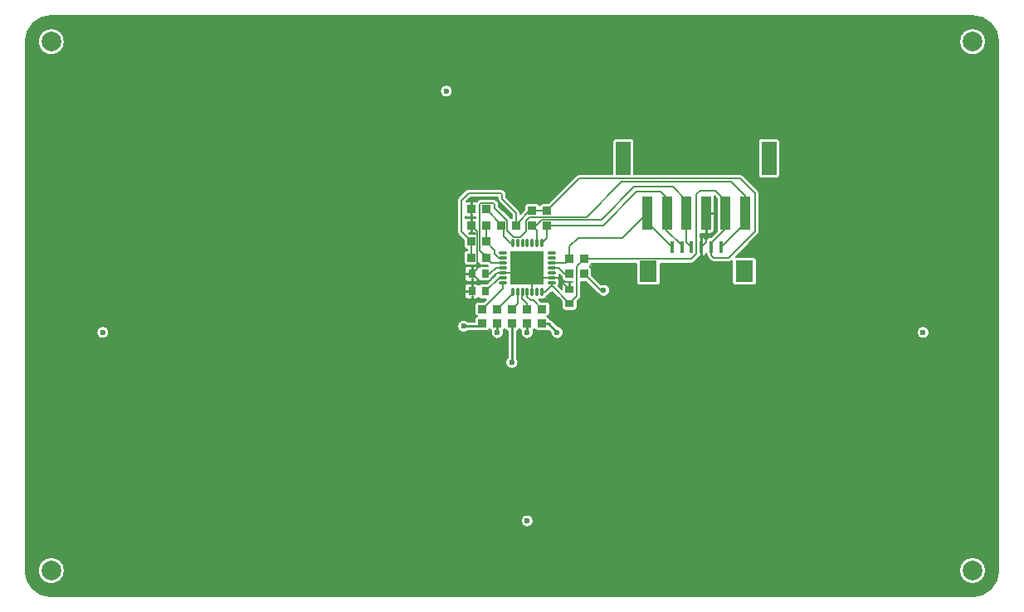
<source format=gbl>
G04 Layer: BottomLayer*
G04 EasyEDA Pro v2.2.36.5, 2025-02-22 11:45:42*
G04 Gerber Generator version 0.3*
G04 Scale: 100 percent, Rotated: No, Reflected: No*
G04 Dimensions in millimeters*
G04 Leading zeros omitted, absolute positions, 4 integers and 5 decimals*
%FSLAX45Y45*%
%MOMM*%
%ADD10C,0.2032*%
%ADD11C,0.254*%
%ADD12R,0.3X1.25001*%
%ADD13R,1.8X2.2*%
%ADD14R,1.5X3.39999*%
%ADD15R,1.0X3.49999*%
%ADD16R,0.80648X0.86401*%
%ADD17R,0.86401X0.80648*%
%ADD18R,0.8142X0.86401*%
%ADD19R,0.80648X0.86401*%
%ADD20R,3.49999X3.49999*%
%ADD21O,0.9X0.28001*%
%ADD22O,0.28001X0.9*%
%ADD23R,0.9X0.8*%
%ADD24R,0.8X0.9*%
%ADD25C,2.0*%
%ADD26C,0.6*%
%ADD27C,0.15*%
G75*


G04 Copper Start*
G36*
G01X4830395Y3321339D02*
G01X4833142Y3315857D01*
G01X4830375Y3310328D01*
G01X4806716Y3286669D01*
G01X4806716Y3297661D01*
G01X4830395Y3321339D01*
G37*
G36*
G01X35814Y5700000D02*
G01X35814Y5700000D01*
G01X164186Y5700000D01*
G01X166038Y5677646D01*
G01X171545Y5655901D01*
G01X180555Y5635360D01*
G01X192824Y5616581D01*
G01X208016Y5600078D01*
G01X225717Y5586301D01*
G01X245444Y5575625D01*
G01X266660Y5568342D01*
G01X288784Y5564650D01*
G01X311215Y5564650D01*
G01X333340Y5568342D01*
G01X354556Y5575625D01*
G01X374283Y5586301D01*
G01X391984Y5600078D01*
G01X407176Y5616581D01*
G01X419445Y5635360D01*
G01X428455Y5655901D01*
G01X433962Y5677646D01*
G01X435814Y5700000D01*
G01X435814Y5700000D01*
G01X9564186Y5700000D01*
G01X9566038Y5677646D01*
G01X9571545Y5655901D01*
G01X9580555Y5635360D01*
G01X9592824Y5616581D01*
G01X9608016Y5600078D01*
G01X9625717Y5586301D01*
G01X9645444Y5575625D01*
G01X9666660Y5568342D01*
G01X9688784Y5564650D01*
G01X9711215Y5564650D01*
G01X9733340Y5568342D01*
G01X9754556Y5575625D01*
G01X9774283Y5586301D01*
G01X9791984Y5600078D01*
G01X9807176Y5616581D01*
G01X9819445Y5635360D01*
G01X9828455Y5655901D01*
G01X9833962Y5677646D01*
G01X9835814Y5700000D01*
G01X9835814Y5700000D01*
G01X9833962Y5722354D01*
G01X9828455Y5744099D01*
G01X9819445Y5764640D01*
G01X9807176Y5783419D01*
G01X9791984Y5799922D01*
G01X9774283Y5813699D01*
G01X9754556Y5824375D01*
G01X9733340Y5831658D01*
G01X9711215Y5835350D01*
G01X9688784Y5835350D01*
G01X9666660Y5831658D01*
G01X9645444Y5824375D01*
G01X9625717Y5813699D01*
G01X9608016Y5799922D01*
G01X9592824Y5783419D01*
G01X9580555Y5764640D01*
G01X9571545Y5744099D01*
G01X9566038Y5722354D01*
G01X9564186Y5700000D01*
G01X435814Y5700000D01*
G01X433962Y5722354D01*
G01X428455Y5744099D01*
G01X419445Y5764640D01*
G01X407176Y5783419D01*
G01X391984Y5799922D01*
G01X374283Y5813699D01*
G01X354556Y5824375D01*
G01X333340Y5831658D01*
G01X311215Y5835350D01*
G01X288784Y5835350D01*
G01X266660Y5831658D01*
G01X245444Y5824375D01*
G01X225717Y5813699D01*
G01X208016Y5799922D01*
G01X192824Y5783419D01*
G01X180555Y5764640D01*
G01X171545Y5744099D01*
G01X166038Y5722354D01*
G01X164186Y5700000D01*
G01X35814Y5700000D01*
G01X37740Y5731844D01*
G01X43491Y5763224D01*
G01X52982Y5793682D01*
G01X66075Y5822773D01*
G01X82579Y5850075D01*
G01X102254Y5875188D01*
G01X124812Y5897746D01*
G01X149925Y5917421D01*
G01X177227Y5933925D01*
G01X206318Y5947018D01*
G01X236776Y5956509D01*
G01X268156Y5962260D01*
G01X300000Y5964186D01*
G01X9700000Y5964186D01*
G01X9731844Y5962260D01*
G01X9763224Y5956509D01*
G01X9793682Y5947018D01*
G01X9822773Y5933925D01*
G01X9850075Y5917421D01*
G01X9875188Y5897746D01*
G01X9897746Y5875188D01*
G01X9917421Y5850075D01*
G01X9933925Y5822773D01*
G01X9947018Y5793682D01*
G01X9956509Y5763224D01*
G01X9962260Y5731844D01*
G01X9964186Y5700000D01*
G01X9964186Y300000D01*
G01X9962260Y268156D01*
G01X9956509Y236776D01*
G01X9947018Y206318D01*
G01X9933925Y177227D01*
G01X9917421Y149925D01*
G01X9897746Y124812D01*
G01X9875188Y102254D01*
G01X9850075Y82579D01*
G01X9822773Y66075D01*
G01X9793682Y52982D01*
G01X9763224Y43491D01*
G01X9731844Y37740D01*
G01X9700000Y35814D01*
G01X300000Y35814D01*
G01X268156Y37740D01*
G01X236776Y43491D01*
G01X206318Y52982D01*
G01X177227Y66075D01*
G01X149925Y82579D01*
G01X124812Y102254D01*
G01X102254Y124812D01*
G01X82579Y149925D01*
G01X66075Y177227D01*
G01X52982Y206318D01*
G01X43491Y236776D01*
G01X37740Y268156D01*
G01X35814Y300000D01*
G01X164186Y300000D01*
G01X166038Y277646D01*
G01X171545Y255901D01*
G01X180555Y235360D01*
G01X192824Y216581D01*
G01X208016Y200078D01*
G01X225717Y186301D01*
G01X245444Y175625D01*
G01X266660Y168342D01*
G01X288784Y164650D01*
G01X311215Y164650D01*
G01X333340Y168342D01*
G01X354556Y175625D01*
G01X374283Y186301D01*
G01X391984Y200078D01*
G01X407176Y216581D01*
G01X419445Y235360D01*
G01X428455Y255901D01*
G01X433962Y277646D01*
G01X435814Y300000D01*
G01X435814Y300000D01*
G01X435814Y300000D01*
G01X9564186Y300000D01*
G01X9566038Y277646D01*
G01X9571545Y255901D01*
G01X9580555Y235360D01*
G01X9592824Y216581D01*
G01X9608016Y200078D01*
G01X9625717Y186301D01*
G01X9645444Y175625D01*
G01X9666660Y168342D01*
G01X9688784Y164650D01*
G01X9711215Y164650D01*
G01X9733340Y168342D01*
G01X9754556Y175625D01*
G01X9774283Y186301D01*
G01X9791984Y200078D01*
G01X9807176Y216581D01*
G01X9819445Y235360D01*
G01X9828455Y255901D01*
G01X9833962Y277646D01*
G01X9835814Y300000D01*
G01X9835814Y300000D01*
G01X9833962Y322354D01*
G01X9828455Y344099D01*
G01X9819445Y364640D01*
G01X9807176Y383419D01*
G01X9791984Y399922D01*
G01X9774283Y413699D01*
G01X9754556Y424375D01*
G01X9733340Y431658D01*
G01X9711215Y435350D01*
G01X9688784Y435350D01*
G01X9666660Y431658D01*
G01X9645444Y424375D01*
G01X9625717Y413699D01*
G01X9608016Y399922D01*
G01X9592824Y383419D01*
G01X9580555Y364640D01*
G01X9571545Y344099D01*
G01X9566038Y322354D01*
G01X9564186Y300000D01*
G01X435814Y300000D01*
G01X433962Y322354D01*
G01X428455Y344099D01*
G01X419445Y364640D01*
G01X407176Y383419D01*
G01X391984Y399922D01*
G01X374283Y413699D01*
G01X354556Y424375D01*
G01X333340Y431658D01*
G01X311215Y435350D01*
G01X288784Y435350D01*
G01X266660Y431658D01*
G01X245444Y424375D01*
G01X225717Y413699D01*
G01X208016Y399922D01*
G01X192824Y383419D01*
G01X180555Y364640D01*
G01X171545Y344099D01*
G01X166038Y322354D01*
G01X164186Y300000D01*
G01X35814Y300000D01*
G01X35814Y300000D01*
G01X35814Y807719D01*
G01X5090386Y807719D01*
G01X5092298Y791969D01*
G01X5097925Y777134D01*
G01X5106938Y764076D01*
G01X5118813Y753555D01*
G01X5132862Y746182D01*
G01X5148267Y742385D01*
G01X5164133Y742385D01*
G01X5179538Y746182D01*
G01X5193587Y753555D01*
G01X5205462Y764076D01*
G01X5214475Y777134D01*
G01X5220102Y791969D01*
G01X5222014Y807719D01*
G01X5220102Y823469D01*
G01X5214475Y838304D01*
G01X5205462Y851362D01*
G01X5193587Y861883D01*
G01X5179538Y869256D01*
G01X5164133Y873053D01*
G01X5148267Y873053D01*
G01X5132862Y869256D01*
G01X5118813Y861883D01*
G01X5106938Y851362D01*
G01X5097925Y838304D01*
G01X5092298Y823469D01*
G01X5090386Y807719D01*
G01X5090386Y807719D01*
G01X35814Y807719D01*
G01X35814Y2730500D01*
G01X759686Y2730500D01*
G01X761598Y2714750D01*
G01X767225Y2699915D01*
G01X776238Y2686857D01*
G01X788113Y2676336D01*
G01X802162Y2668963D01*
G01X817567Y2665166D01*
G01X833433Y2665166D01*
G01X848838Y2668963D01*
G01X862887Y2676336D01*
G01X874762Y2686857D01*
G01X883775Y2699915D01*
G01X889402Y2714750D01*
G01X891314Y2730500D01*
G01X889402Y2746250D01*
G01X883775Y2761085D01*
G01X874762Y2774143D01*
G01X862887Y2784664D01*
G01X848838Y2792037D01*
G01X833433Y2795834D01*
G01X817567Y2795834D01*
G01X802162Y2792037D01*
G01X788113Y2784664D01*
G01X776238Y2774143D01*
G01X767225Y2761085D01*
G01X761598Y2746250D01*
G01X759686Y2730500D01*
G01X759686Y2730500D01*
G01X35814Y2730500D01*
G01X35814Y4076700D01*
G01X4439786Y4076700D01*
G01X4439786Y3760064D01*
G01X4441262Y3748853D01*
G01X4445589Y3738407D01*
G01X4452472Y3729436D01*
G01X4509426Y3672483D01*
G01X4509426Y3614400D01*
G01X4510998Y3603904D01*
G01X4515578Y3594329D01*
G01X4522763Y3586517D01*
G01X4531921Y3581154D01*
G01X4542250Y3578711D01*
G01X4542250Y3571389D01*
G01X4531921Y3568946D01*
G01X4522763Y3563583D01*
G01X4515578Y3555771D01*
G01X4510998Y3546196D01*
G01X4509426Y3535700D01*
G01X4509426Y3449300D01*
G01X4511179Y3438233D01*
G01X4516266Y3428249D01*
G01X4524189Y3420326D01*
G01X4534173Y3415239D01*
G01X4545240Y3413486D01*
G01X4625887Y3413486D01*
G01X4635501Y3414800D01*
G01X4644409Y3418647D01*
G01X4651958Y3424744D01*
G01X4657593Y3432644D01*
G01X4660900Y3441766D01*
G01X4664207Y3432644D01*
G01X4669842Y3424744D01*
G01X4677391Y3418647D01*
G01X4686299Y3414800D01*
G01X4695913Y3413486D01*
G01X4753995Y3413486D01*
G01X4757157Y3410324D01*
G01X4759424Y3408214D01*
G01X4690902Y3408214D01*
G01X4679262Y3406269D01*
G01X4668886Y3400647D01*
G01X4660900Y3391957D01*
G01X4652914Y3400647D01*
G01X4642538Y3406269D01*
G01X4630898Y3408214D01*
G01X4550898Y3408214D01*
G01X4539831Y3406461D01*
G01X4529847Y3401374D01*
G01X4521924Y3393451D01*
G01X4516837Y3383467D01*
G01X4515084Y3372400D01*
G01X4515084Y3282400D01*
G01X4516837Y3271333D01*
G01X4521924Y3261349D01*
G01X4529847Y3253426D01*
G01X4539831Y3248339D01*
G01X4550898Y3246586D01*
G01X4630898Y3246586D01*
G01X4642538Y3248531D01*
G01X4652914Y3254153D01*
G01X4660900Y3262843D01*
G01X4668886Y3254153D01*
G01X4679262Y3248531D01*
G01X4690902Y3246586D01*
G01X4766633Y3246586D01*
G01X4750461Y3230414D01*
G01X4690902Y3230414D01*
G01X4679262Y3228469D01*
G01X4668886Y3222847D01*
G01X4660900Y3214157D01*
G01X4652914Y3222847D01*
G01X4642538Y3228469D01*
G01X4630898Y3230414D01*
G01X4550898Y3230414D01*
G01X4539831Y3228661D01*
G01X4529847Y3223574D01*
G01X4521924Y3215651D01*
G01X4516837Y3205667D01*
G01X4515084Y3194600D01*
G01X4515084Y3104600D01*
G01X4516837Y3093533D01*
G01X4521924Y3083549D01*
G01X4529847Y3075626D01*
G01X4539831Y3070539D01*
G01X4550898Y3068786D01*
G01X4630898Y3068786D01*
G01X4642538Y3070731D01*
G01X4652914Y3076353D01*
G01X4660900Y3085043D01*
G01X4668886Y3076353D01*
G01X4679262Y3070731D01*
G01X4690902Y3068786D01*
G01X4735594Y3068786D01*
G01X4713883Y3047074D01*
G01X4655800Y3047074D01*
G01X4655800Y3047074D01*
G01X4644733Y3045321D01*
G01X4634749Y3040234D01*
G01X4626826Y3032311D01*
G01X4621739Y3022327D01*
G01X4619986Y3011260D01*
G01X4619986Y2930613D01*
G01X4621300Y2920999D01*
G01X4625147Y2912091D01*
G01X4631244Y2904542D01*
G01X4639144Y2898907D01*
G01X4648266Y2895600D01*
G01X4639144Y2892293D01*
G01X4631244Y2886658D01*
G01X4625147Y2879109D01*
G01X4621300Y2870201D01*
G01X4619986Y2860587D01*
G01X4619986Y2842514D01*
G01X4552973Y2842514D01*
G01X4540669Y2851416D01*
G01X4526651Y2857261D01*
G01X4511667Y2859738D01*
G01X4496514Y2858713D01*
G01X4482000Y2854243D01*
G01X4468896Y2846565D01*
G01X4457902Y2836087D01*
G01X4449602Y2823368D01*
G01X4444438Y2809086D01*
G01X4442686Y2794000D01*
G01X4444438Y2778914D01*
G01X4449602Y2764632D01*
G01X4457902Y2751913D01*
G01X4468896Y2741435D01*
G01X4482000Y2733757D01*
G01X4496514Y2729287D01*
G01X4511667Y2728262D01*
G01X4526651Y2730739D01*
G01X4540669Y2736584D01*
G01X4552973Y2745486D01*
G01X4646023Y2745486D01*
G01X4655800Y2744126D01*
G01X4742200Y2744126D01*
G01X4752542Y2745651D01*
G01X4762002Y2750098D01*
G01X4769776Y2757087D01*
G01X4775200Y2766024D01*
G01X4780679Y2757021D01*
G01X4788542Y2750003D01*
G01X4785733Y2734899D01*
G01X4786502Y2719556D01*
G01X4790807Y2704809D01*
G01X4798414Y2691462D01*
G01X4808908Y2680242D01*
G01X4821716Y2671760D01*
G01X4836143Y2666479D01*
G01X4851400Y2664686D01*
G01X4866657Y2666479D01*
G01X4881084Y2671760D01*
G01X4893892Y2680242D01*
G01X4904386Y2691462D01*
G01X4911993Y2704809D01*
G01X4916298Y2719556D01*
G01X4917067Y2734899D01*
G01X4914258Y2750003D01*
G01X4922121Y2757021D01*
G01X4927600Y2766024D01*
G01X4932193Y2758130D01*
G01X4938633Y2751654D01*
G01X4946501Y2747018D01*
G01X4955286Y2744522D01*
G01X4955286Y2473101D01*
G01X4945422Y2461588D01*
G01X4938454Y2448123D01*
G01X4934752Y2433421D01*
G01X4934512Y2418262D01*
G01X4937748Y2403451D01*
G01X4944287Y2389773D01*
G01X4953782Y2377954D01*
G01X4965730Y2368621D01*
G01X4979497Y2362270D01*
G01X4994351Y2359238D01*
G01X5009506Y2359685D01*
G01X5024155Y2363588D01*
G01X5037523Y2370740D01*
G01X5048900Y2380761D01*
G01X5057682Y2393119D01*
G01X5063403Y2407159D01*
G01X5065760Y2422136D01*
G01X5064626Y2437254D01*
G01X5060064Y2451712D01*
G01X5052314Y2464743D01*
G01X5052314Y2744522D01*
G01X5061099Y2747018D01*
G01X5068967Y2751654D01*
G01X5075407Y2758130D01*
G01X5080000Y2766024D01*
G01X5085479Y2757021D01*
G01X5093342Y2750003D01*
G01X5090533Y2734899D01*
G01X5091302Y2719556D01*
G01X5095607Y2704809D01*
G01X5103214Y2691462D01*
G01X5113708Y2680242D01*
G01X5126516Y2671760D01*
G01X5140943Y2666479D01*
G01X5156200Y2664686D01*
G01X5171457Y2666479D01*
G01X5185884Y2671760D01*
G01X5198692Y2680242D01*
G01X5209186Y2691462D01*
G01X5216793Y2704809D01*
G01X5221098Y2719556D01*
G01X5221867Y2734899D01*
G01X5219058Y2750003D01*
G01X5226921Y2757021D01*
G01X5232400Y2766024D01*
G01X5237824Y2757087D01*
G01X5245598Y2750098D01*
G01X5255058Y2745651D01*
G01X5265400Y2744126D01*
G01X5351800Y2744126D01*
G01X5362551Y2745778D01*
G01X5372310Y2750580D01*
G01X5395248Y2727643D01*
G01X5397654Y2712647D01*
G01X5403433Y2698602D01*
G01X5412277Y2686256D01*
G01X5423716Y2676266D01*
G01X5437140Y2669163D01*
G01X5451835Y2665327D01*
G01X5467018Y2664962D01*
G01X5481881Y2668086D01*
G01X5495631Y2674534D01*
G01X5507537Y2683963D01*
G01X5516966Y2695869D01*
G01X5523414Y2709619D01*
G01X5526538Y2724482D01*
G01X5526393Y2730500D01*
G01X9128986Y2730500D01*
G01X9130898Y2714750D01*
G01X9136525Y2699915D01*
G01X9145538Y2686857D01*
G01X9157413Y2676336D01*
G01X9171462Y2668963D01*
G01X9186867Y2665166D01*
G01X9202733Y2665166D01*
G01X9218138Y2668963D01*
G01X9232187Y2676336D01*
G01X9244062Y2686857D01*
G01X9253075Y2699915D01*
G01X9258702Y2714750D01*
G01X9260614Y2730500D01*
G01X9258702Y2746250D01*
G01X9253075Y2761085D01*
G01X9244062Y2774143D01*
G01X9232187Y2784664D01*
G01X9218138Y2792037D01*
G01X9202733Y2795834D01*
G01X9186867Y2795834D01*
G01X9171462Y2792037D01*
G01X9157413Y2784664D01*
G01X9145538Y2774143D01*
G01X9136525Y2761085D01*
G01X9130898Y2746250D01*
G01X9128986Y2730500D01*
G01X9128986Y2730500D01*
G01X5526393Y2730500D01*
G01X5526173Y2739665D01*
G01X5522337Y2754360D01*
G01X5515234Y2767784D01*
G01X5505244Y2779223D01*
G01X5492898Y2788067D01*
G01X5478853Y2793846D01*
G01X5463857Y2796252D01*
G01X5405541Y2854568D01*
G01X5397017Y2861361D01*
G01X5387191Y2866079D01*
G01X5383968Y2876332D01*
G01X5377848Y2885167D01*
G01X5369383Y2891788D01*
G01X5359334Y2895600D01*
G01X5368456Y2898907D01*
G01X5376356Y2904542D01*
G01X5382453Y2912091D01*
G01X5386300Y2920999D01*
G01X5387614Y2930613D01*
G01X5387614Y3011260D01*
G01X5385861Y3022327D01*
G01X5380774Y3032311D01*
G01X5372851Y3040234D01*
G01X5362867Y3045321D01*
G01X5351800Y3047074D01*
G01X5293717Y3047074D01*
G01X5276734Y3064058D01*
G01X5282325Y3066852D01*
G01X5294972Y3061674D01*
G01X5308550Y3060128D01*
G01X5322038Y3062330D01*
G01X5334419Y3068114D01*
G01X5344763Y3077045D01*
G01X5352291Y3088450D01*
G01X5356436Y3101472D01*
G01X5363212Y3105310D01*
G01X5369191Y3110300D01*
G01X5407217Y3148326D01*
G01X5507186Y3048356D01*
G01X5507186Y2988798D01*
G01X5508939Y2977731D01*
G01X5514026Y2967747D01*
G01X5521949Y2959824D01*
G01X5531933Y2954737D01*
G01X5543000Y2952984D01*
G01X5633000Y2952984D01*
G01X5644067Y2954737D01*
G01X5654051Y2959824D01*
G01X5661974Y2967747D01*
G01X5667061Y2977731D01*
G01X5668814Y2988798D01*
G01X5668814Y3048356D01*
G01X5694828Y3074370D01*
G01X5701711Y3083341D01*
G01X5706038Y3093787D01*
G01X5707514Y3104998D01*
G01X5707514Y3248386D01*
G01X5757295Y3248386D01*
G01X5875909Y3129772D01*
G01X5880308Y3125930D01*
G01X5889756Y3114171D01*
G01X5901634Y3104871D01*
G01X5915316Y3098521D01*
G01X5930085Y3095452D01*
G01X5945165Y3095827D01*
G01X5959763Y3099626D01*
G01X5973113Y3106649D01*
G01X5984514Y3116526D01*
G01X5993366Y3128741D01*
G01X5999204Y3142649D01*
G01X6001722Y3157522D01*
G01X6000788Y3172578D01*
G01X5996450Y3187025D01*
G01X5988937Y3200105D01*
G01X5978642Y3211131D01*
G01X5966108Y3219523D01*
G01X5951992Y3224841D01*
G01X5937036Y3226806D01*
G01X5922026Y3225313D01*
G01X5907749Y3220442D01*
G01X5815674Y3312517D01*
G01X5815674Y3370600D01*
G01X5814149Y3380942D01*
G01X5809702Y3390402D01*
G01X5802713Y3398176D01*
G01X5793776Y3403600D01*
G01X5802691Y3409006D01*
G01X5809670Y3416750D01*
G01X5814124Y3426177D01*
G01X5815674Y3436486D01*
G01X6267595Y3436486D01*
G01X6267595Y3244794D01*
G01X6269348Y3233727D01*
G01X6274435Y3223743D01*
G01X6282358Y3215820D01*
G01X6292342Y3210733D01*
G01X6303409Y3208980D01*
G01X6483408Y3208980D01*
G01X6494476Y3210733D01*
G01X6504459Y3215820D01*
G01X6512383Y3223743D01*
G01X6517470Y3233727D01*
G01X6519222Y3244794D01*
G01X6519222Y3436486D01*
G01X6832600Y3436486D01*
G01X6843810Y3437962D01*
G01X6854257Y3442289D01*
G01X6863228Y3449172D01*
G01X6914028Y3499972D01*
G01X6919385Y3506492D01*
G01X6948387Y3506492D01*
G01X6957989Y3507803D01*
G01X6966889Y3511641D01*
G01X6974433Y3517724D01*
G01X6980070Y3525607D01*
G01X6983387Y3534713D01*
G01X6985928Y3527170D01*
G01X6990073Y3520375D01*
G01X6991541Y3509143D01*
G01X6995868Y3498675D01*
G01X7002759Y3489685D01*
G01X7030572Y3461872D01*
G01X7039543Y3454989D01*
G01X7049990Y3450662D01*
G01X7061200Y3449186D01*
G01X7213600Y3449186D01*
G01X7224810Y3450662D01*
G01X7235257Y3454989D01*
G01X7244228Y3461872D01*
G01X7247579Y3465223D01*
G01X7247578Y3464946D01*
G01X7247578Y3244947D01*
G01X7249330Y3233879D01*
G01X7254417Y3223896D01*
G01X7262341Y3215972D01*
G01X7272324Y3210885D01*
G01X7283392Y3209133D01*
G01X7463391Y3209133D01*
G01X7474458Y3210885D01*
G01X7484442Y3215972D01*
G01X7492365Y3223896D01*
G01X7497452Y3233879D01*
G01X7499205Y3244947D01*
G01X7499205Y3464946D01*
G01X7497452Y3476013D01*
G01X7492365Y3485997D01*
G01X7484442Y3493920D01*
G01X7474458Y3499007D01*
G01X7463391Y3500760D01*
G01X7283392Y3500760D01*
G01X7283114Y3500759D01*
G01X7510928Y3728572D01*
G01X7517811Y3737543D01*
G01X7522138Y3747990D01*
G01X7523614Y3759200D01*
G01X7523614Y4152900D01*
G01X7522138Y4164110D01*
G01X7517811Y4174557D01*
G01X7510928Y4183528D01*
G01X7358528Y4335928D01*
G01X7357654Y4336598D01*
G01X7512189Y4336598D01*
G01X7513942Y4325531D01*
G01X7519029Y4315547D01*
G01X7526953Y4307624D01*
G01X7536936Y4302537D01*
G01X7548003Y4300784D01*
G01X7698003Y4300784D01*
G01X7709070Y4302537D01*
G01X7719054Y4307624D01*
G01X7726977Y4315547D01*
G01X7732064Y4325531D01*
G01X7733817Y4336598D01*
G01X7733817Y4676597D01*
G01X7732064Y4687664D01*
G01X7726977Y4697648D01*
G01X7719054Y4705571D01*
G01X7709070Y4710658D01*
G01X7698003Y4712411D01*
G01X7548003Y4712411D01*
G01X7536936Y4710658D01*
G01X7526953Y4705571D01*
G01X7519029Y4697648D01*
G01X7513942Y4687664D01*
G01X7512189Y4676597D01*
G01X7512189Y4336598D01*
G01X7512189Y4336598D01*
G01X7357654Y4336598D01*
G01X7349557Y4342811D01*
G01X7339110Y4347138D01*
G01X7327900Y4348614D01*
G01X6247816Y4348614D01*
G01X6247816Y4676597D01*
G01X6246063Y4687664D01*
G01X6240976Y4697648D01*
G01X6233052Y4705571D01*
G01X6223069Y4710658D01*
G01X6212002Y4712411D01*
G01X6062002Y4712411D01*
G01X6050935Y4710658D01*
G01X6040951Y4705571D01*
G01X6033028Y4697648D01*
G01X6027941Y4687664D01*
G01X6026188Y4676597D01*
G01X6026188Y4348614D01*
G01X5690464Y4348614D01*
G01X5679253Y4347138D01*
G01X5668807Y4342811D01*
G01X5659836Y4335928D01*
G01X5374283Y4050374D01*
G01X5316200Y4050374D01*
G01X5305858Y4048849D01*
G01X5296398Y4044402D01*
G01X5288624Y4037413D01*
G01X5283200Y4028476D01*
G01X5277776Y4037413D01*
G01X5270002Y4044402D01*
G01X5260542Y4048849D01*
G01X5250200Y4050374D01*
G01X5163800Y4050374D01*
G01X5152733Y4048621D01*
G01X5142749Y4043534D01*
G01X5134826Y4035611D01*
G01X5129739Y4025627D01*
G01X5127986Y4014560D01*
G01X5127986Y3982741D01*
G01X5084350Y3939106D01*
G01X5084350Y3950564D01*
G01X5082874Y3961774D01*
G01X5078547Y3972221D01*
G01X5071664Y3981191D01*
G01X4945514Y4107341D01*
G01X4945514Y4137900D01*
G01X4944038Y4149111D01*
G01X4939711Y4159557D01*
G01X4932828Y4168528D01*
G01X4917828Y4183528D01*
G01X4908857Y4190411D01*
G01X4898411Y4194738D01*
G01X4887200Y4196214D01*
G01X4559300Y4196214D01*
G01X4548090Y4194738D01*
G01X4537643Y4190411D01*
G01X4528672Y4183528D01*
G01X4452472Y4107328D01*
G01X4445589Y4098357D01*
G01X4441262Y4087910D01*
G01X4439786Y4076700D01*
G01X35814Y4076700D01*
G01X35814Y5194300D01*
G01X4264886Y5194300D01*
G01X4266798Y5178550D01*
G01X4272425Y5163715D01*
G01X4281438Y5150657D01*
G01X4293313Y5140136D01*
G01X4307362Y5132763D01*
G01X4322767Y5128966D01*
G01X4338633Y5128966D01*
G01X4354038Y5132763D01*
G01X4368087Y5140136D01*
G01X4379962Y5150657D01*
G01X4388975Y5163715D01*
G01X4394602Y5178550D01*
G01X4396514Y5194300D01*
G01X4394602Y5210050D01*
G01X4388975Y5224885D01*
G01X4379962Y5237943D01*
G01X4368087Y5248464D01*
G01X4354038Y5255837D01*
G01X4338633Y5259634D01*
G01X4322767Y5259634D01*
G01X4307362Y5255837D01*
G01X4293313Y5248464D01*
G01X4281438Y5237943D01*
G01X4272425Y5224885D01*
G01X4266798Y5210050D01*
G01X4264886Y5194300D01*
G01X4264886Y5194300D01*
G01X35814Y5194300D01*
G01X35814Y5700000D01*
G37*
G36*
G01X4545240Y3908786D02*
G01X4625887Y3908786D01*
G01X4630286Y3909057D01*
G01X4630286Y3901443D01*
G01X4625887Y3901714D01*
G01X4545240Y3901714D01*
G01X4535455Y3900352D01*
G01X4526414Y3896367D01*
G01X4526414Y3914133D01*
G01X4535455Y3910148D01*
G01X4545240Y3908786D01*
G37*
G36*
G01X4997722Y3901589D02*
G01X4991673Y3900555D01*
G01X4985889Y3898503D01*
G01X4980815Y3904605D01*
G01X4869314Y4016106D01*
G01X4869314Y4036300D01*
G01X4867838Y4047511D01*
G01X4863511Y4057957D01*
G01X4856628Y4066928D01*
G01X4841628Y4081928D01*
G01X4832657Y4088811D01*
G01X4822211Y4093138D01*
G01X4811000Y4094614D01*
G01X4686300Y4094614D01*
G01X4675090Y4093138D01*
G01X4664643Y4088811D01*
G01X4655672Y4081928D01*
G01X4642972Y4069228D01*
G01X4638810Y4064402D01*
G01X4632460Y4066206D01*
G01X4625887Y4066814D01*
G01X4545240Y4066814D01*
G01X4538440Y4066163D01*
G01X4531887Y4064232D01*
G01X4577241Y4109586D01*
G01X4858886Y4109586D01*
G01X4858886Y4089400D01*
G01X4860362Y4078190D01*
G01X4864689Y4067743D01*
G01X4871572Y4058772D01*
G01X4997722Y3932622D01*
G01X4997722Y3901589D01*
G37*
G36*
G01X4625887Y3743686D02*
G01X4630286Y3743957D01*
G01X4630286Y3736343D01*
G01X4625887Y3736614D01*
G01X4567805Y3736614D01*
G01X4560733Y3743686D01*
G01X4625887Y3743686D01*
G37*
G36*
G01X4830395Y3321339D02*
G01X4833142Y3315857D01*
G01X4830375Y3310328D01*
G01X4806716Y3286669D01*
G01X4806716Y3297661D01*
G01X4830395Y3321339D01*
G37*
G36*
G01X5506572Y3296772D02*
G01X5512726Y3291663D01*
G01X5512726Y3284200D01*
G01X5514479Y3273133D01*
G01X5519566Y3263149D01*
G01X5527489Y3255226D01*
G01X5537473Y3250139D01*
G01X5548540Y3248386D01*
G01X5620886Y3248386D01*
G01X5620886Y3244616D01*
G01X5543000Y3244616D01*
G01X5531933Y3242863D01*
G01X5521949Y3237776D01*
G01X5514026Y3229853D01*
G01X5508939Y3219869D01*
G01X5507186Y3208802D01*
G01X5507186Y3170867D01*
G01X5472955Y3205097D01*
G01X5481095Y3215445D01*
G01X5486240Y3227562D01*
G01X5488030Y3240605D01*
G01X5486342Y3253661D01*
G01X5481292Y3265819D01*
G01X5486317Y3277883D01*
G01X5488031Y3290838D01*
G01X5486317Y3303793D01*
G01X5481292Y3315857D01*
G01X5483414Y3319931D01*
G01X5506572Y3296772D01*
G37*
G36*
G01X7094188Y4096757D02*
G01X7094188Y3776608D01*
G01X7095760Y3766115D01*
G01X7032765Y3703121D01*
G01X7018387Y3703121D01*
G01X7008785Y3701809D01*
G01X6999886Y3697972D01*
G01X6992341Y3691888D01*
G01X6986704Y3684005D01*
G01X6983387Y3674899D01*
G01X6980070Y3684005D01*
G01X6974433Y3691888D01*
G01X6966889Y3697972D01*
G01X6957989Y3701809D01*
G01X6948387Y3703121D01*
G01X6926714Y3703121D01*
G01X6926714Y3740945D01*
G01X6930002Y3740794D01*
G01X7030002Y3740794D01*
G01X7041069Y3742547D01*
G01X7051053Y3747634D01*
G01X7058976Y3755557D01*
G01X7064063Y3765541D01*
G01X7065816Y3776608D01*
G01X7065816Y4125129D01*
G01X7094188Y4096757D01*
G37*
G54D10*
G01X4830395Y3321339D02*
G03X4833142Y3315857I45824J19537D01*
G03X4830375Y3310328I43076J-25019D01*
G01X4806716Y3286669D01*
G01X4806716Y3297661D01*
G01X4830395Y3321339D01*
G01X35814Y5700000D02*
G02X300000Y5964186I264186J0D01*
G01X9700000Y5964186D01*
G02X9964186Y5700000I0J-264186D01*
G01X9964186Y300000D01*
G02X9700000Y35814I-264186J0D01*
G01X300000Y35814D01*
G02X35814Y300000I0J264186D01*
G01X35814Y5700000D01*
G01X435814Y5700000D02*
G03X164186Y5700000I-135814J0D01*
G03X435814Y5700000I135814J0D01*
G01X435814Y300000D02*
G03X164186Y300000I-135814J0D01*
G03X435814Y300000I135814J0D01*
G01X759686Y2730500D02*
G03X891314Y2730500I65814J0D01*
G03X759686Y2730500I-65814J0D01*
G01X4264886Y5194300D02*
G03X4396514Y5194300I65814J0D01*
G03X4264886Y5194300I-65814J0D01*
G01X4655800Y3047074D02*
G03X4619986Y3011260I0J-35814D01*
G01X4619986Y2930613D01*
G03X4648266Y2895600I35814J0D01*
G03X4619986Y2860587I7534J-35013D01*
G01X4619986Y2842514D01*
G01X4552973Y2842514D01*
G03X4442686Y2794000I-44473J-48514D01*
G03X4552973Y2745486I65814J0D01*
G01X4646023Y2745486D01*
G03X4655800Y2744126I9776J34454D01*
G01X4742200Y2744126D01*
G03X4775200Y2766024I0J35814D01*
G03X4788542Y2750003I33000J13916D01*
G03X4851400Y2664686I62858J-19503D01*
G03X4914258Y2750003I0J65814D01*
G03X4927600Y2766024I-19658J29937D01*
G03X4955286Y2744522I33000J13916D01*
G01X4955286Y2473101D01*
G03X4994351Y2359238I44714J-48292D01*
G03X5052314Y2464743I5649J65571D01*
G01X5052314Y2744522D01*
G03X5080000Y2766024I-5314J35418D01*
G03X5093342Y2750003I33000J13916D01*
G03X5156200Y2664686I62858J-19503D01*
G03X5219058Y2750003I0J65814D01*
G03X5232400Y2766024I-19658J29937D01*
G03X5265400Y2744126I33000J13916D01*
G01X5351800Y2744126D01*
G03X5372310Y2750580I0J35814D01*
G01X5395248Y2727643D01*
G03X5507537Y2683963I65752J2857D01*
G03X5463857Y2796252I-46537J46537D01*
G01X5405541Y2854568D01*
G03X5387191Y2866079I-34305J-34305D01*
G03X5359334Y2895600I-35390J-5492D01*
G03X5387614Y2930613I-7534J35013D01*
G01X5387614Y3011260D01*
G03X5351800Y3047074I-35814J0D01*
G01X5293717Y3047074D01*
G01X5276734Y3064058D01*
G03X5282325Y3066852I-19428J45870D01*
G03X5356436Y3101472I25019J43076D01*
G03X5369191Y3110300I-17873J39455D01*
G01X5407217Y3148326D01*
G01X5507186Y3048356D01*
G01X5507186Y2988798D01*
G03X5543000Y2952984I35814J0D01*
G01X5633000Y2952984D01*
G03X5668814Y2988798I0J35814D01*
G01X5668814Y3048356D01*
G01X5694828Y3074370D01*
G03X5707514Y3104998I-30628J30628D01*
G01X5707514Y3248386D01*
G01X5757295Y3248386D01*
G01X5875909Y3129772D01*
G03X5880308Y3125930I30628J30628D01*
G03X5999204Y3142649I55692J35070D01*
G03X5907749Y3220442I-63204J18351D01*
G01X5815674Y3312517D01*
G01X5815674Y3370600D01*
G03X5793776Y3403600I-35814J0D01*
G03X5815674Y3436486I-13916J33000D01*
G01X6267595Y3436486D01*
G01X6267595Y3244794D01*
G03X6303409Y3208980I35814J0D01*
G01X6483408Y3208980D01*
G03X6519222Y3244794I0J35814D01*
G01X6519222Y3436486D01*
G01X6832600Y3436486D01*
G03X6863228Y3449172I0J43314D01*
G01X6914028Y3499972D01*
G03X6919385Y3506492I-30628J30628D01*
G01X6948387Y3506492D01*
G03X6983387Y3534713I0J35814D01*
G03X6990073Y3520375I35000J7593D01*
G03X7002759Y3489685I43351J-46D01*
G01X7030572Y3461872D01*
G03X7061200Y3449186I30628J30628D01*
G01X7213600Y3449186D01*
G03X7244228Y3461872I0J43314D01*
G01X7247579Y3465223D01*
G01X7247578Y3464946D01*
G01X7247578Y3244947D01*
G03X7283392Y3209133I35814J0D01*
G01X7463391Y3209133D01*
G03X7499205Y3244947I0J35814D01*
G01X7499205Y3464946D01*
G03X7463391Y3500760I-35814J0D01*
G01X7283392Y3500760D01*
G01X7283114Y3500759D01*
G01X7510928Y3728572D01*
G03X7523614Y3759200I-30628J30628D01*
G01X7523614Y4152900D01*
G03X7510928Y4183528I-43314J0D01*
G01X7358528Y4335928D01*
G03X7327900Y4348614I-30628J-30628D01*
G01X6247816Y4348614D01*
G01X6247816Y4676597D01*
G03X6212002Y4712411I-35814J0D01*
G01X6062002Y4712411D01*
G03X6026188Y4676597I0J-35814D01*
G01X6026188Y4348614D01*
G01X5690464Y4348614D01*
G03X5659836Y4335928I0J-43314D01*
G01X5374283Y4050374D01*
G01X5316200Y4050374D01*
G03X5283200Y4028476I0J-35814D01*
G03X5250200Y4050374I-33000J-13916D01*
G01X5163800Y4050374D01*
G03X5127986Y4014560I0J-35814D01*
G01X5127986Y3982741D01*
G01X5084350Y3939106D01*
G01X5084350Y3950564D01*
G03X5071664Y3981191I-43314J0D01*
G01X4945514Y4107341D01*
G01X4945514Y4137900D01*
G03X4932828Y4168528I-43314J0D01*
G01X4917828Y4183528D01*
G03X4887200Y4196214I-30628J-30628D01*
G01X4559300Y4196214D01*
G03X4528672Y4183528I0J-43314D01*
G01X4452472Y4107328D01*
G03X4439786Y4076700I30628J-30628D01*
G01X4439786Y3760064D01*
G03X4452472Y3729436I43314J0D01*
G01X4509426Y3672483D01*
G01X4509426Y3614400D01*
G03X4542250Y3578711I35814J0D01*
G01X4542250Y3571389D01*
G03X4509426Y3535700I2990J-35689D01*
G01X4509426Y3449300D01*
G03X4545240Y3413486I35814J0D01*
G01X4625887Y3413486D01*
G03X4660900Y3441766I0J35814D01*
G03X4695913Y3413486I35013J7534D01*
G01X4753995Y3413486D01*
G01X4757157Y3410324D01*
G03X4759424Y3408214I30628J30628D01*
G01X4690902Y3408214D01*
G03X4660900Y3391957I0J-35814D01*
G03X4630898Y3408214I-30002J-19557D01*
G01X4550898Y3408214D01*
G03X4515084Y3372400I0J-35814D01*
G01X4515084Y3282400D01*
G03X4550898Y3246586I35814J0D01*
G01X4630898Y3246586D01*
G03X4660900Y3262843I0J35814D01*
G03X4690902Y3246586I30002J19557D01*
G01X4766633Y3246586D01*
G01X4750461Y3230414D01*
G01X4690902Y3230414D01*
G03X4660900Y3214157I0J-35814D01*
G03X4630898Y3230414I-30002J-19557D01*
G01X4550898Y3230414D01*
G03X4515084Y3194600I0J-35814D01*
G01X4515084Y3104600D01*
G03X4550898Y3068786I35814J0D01*
G01X4630898Y3068786D01*
G03X4660900Y3085043I0J35814D01*
G03X4690902Y3068786I30002J19557D01*
G01X4735594Y3068786D01*
G01X4713883Y3047074D01*
G01X4655800Y3047074D01*
G01X5090386Y807719D02*
G03X5222014Y807719I65814J0D01*
G03X5090386Y807719I-65814J0D01*
G01X7512189Y4336598D02*
G03X7548003Y4300784I35814J0D01*
G01X7698003Y4300784D01*
G03X7733817Y4336598I0J35814D01*
G01X7733817Y4676597D01*
G03X7698003Y4712411I-35814J0D01*
G01X7548003Y4712411D01*
G03X7512189Y4676597I0J-35814D01*
G01X7512189Y4336598D01*
G01X9128986Y2730500D02*
G03X9260614Y2730500I65814J0D01*
G03X9128986Y2730500I-65814J0D01*
G01X9835814Y5700000D02*
G03X9564186Y5700000I-135814J0D01*
G03X9835814Y5700000I135814J0D01*
G01X9835814Y300000D02*
G03X9564186Y300000I-135814J0D01*
G03X9835814Y300000I135814J0D01*
G01X4545240Y3908786D02*
G01X4625887Y3908786D01*
G03X4630286Y3909057I0J35814D01*
G01X4630286Y3901443D01*
G03X4625887Y3901714I-4399J-35543D01*
G01X4545240Y3901714D01*
G03X4526414Y3896367I0J-35814D01*
G01X4526414Y3914133D01*
G03X4545240Y3908786I18826J30467D01*
G01X4997722Y3901589D02*
G03X4985889Y3898503I2990J-35689D01*
G03X4980815Y3904605I-35702J-24525D01*
G01X4869314Y4016106D01*
G01X4869314Y4036300D01*
G03X4856628Y4066928I-43314J0D01*
G01X4841628Y4081928D01*
G03X4811000Y4094614I-30628J-30628D01*
G01X4686300Y4094614D01*
G03X4655672Y4081928I0J-43314D01*
G01X4642972Y4069228D01*
G03X4638810Y4064402I30628J-30628D01*
G03X4625887Y4066814I-12922J-33401D01*
G01X4545240Y4066814D01*
G03X4531887Y4064232I0J-35814D01*
G01X4577241Y4109586D01*
G01X4858886Y4109586D01*
G01X4858886Y4089400D01*
G03X4871572Y4058772I43314J0D01*
G01X4997722Y3932622D01*
G01X4997722Y3901589D01*
G01X4625887Y3743686D02*
G03X4630286Y3743957I0J35814D01*
G01X4630286Y3736343D01*
G03X4625887Y3736614I-4399J-35543D01*
G01X4567805Y3736614D01*
G01X4560733Y3743686D01*
G01X4625887Y3743686D01*
G01X4830395Y3321339D02*
G03X4833142Y3315857I45824J19537D01*
G03X4830375Y3310328I43076J-25019D01*
G01X4806716Y3286669D01*
G01X4806716Y3297661D01*
G01X4830395Y3321339D01*
G01X5506572Y3296772D02*
G03X5512726Y3291663I30628J30628D01*
G01X5512726Y3284200D01*
G03X5548540Y3248386I35814J0D01*
G01X5620886Y3248386D01*
G01X5620886Y3244616D01*
G01X5543000Y3244616D01*
G03X5507186Y3208802I0J-35814D01*
G01X5507186Y3170867D01*
G01X5472955Y3205097D01*
G03X5481292Y3265819I-34739J35703D01*
G03X5481292Y3315857I-43076J25019D01*
G03X5483414Y3319931I-43076J25019D01*
G01X5506572Y3296772D01*
G01X7094188Y4096757D02*
G01X7094188Y3776608D01*
G03X7095760Y3766115I35814J0D01*
G01X7032765Y3703121D01*
G01X7018387Y3703121D01*
G03X6983387Y3674899I0J-35814D01*
G03X6948387Y3703121I-35000J-7593D01*
G01X6926714Y3703121D01*
G01X6926714Y3740945D01*
G03X6930002Y3740794I3288J35663D01*
G01X7030002Y3740794D01*
G03X7065816Y3776608I0J35814D01*
G01X7065816Y4125129D01*
G01X7094188Y4096757D01*
G54D11*
G01X4590898Y3372146D02*
G01X4590898Y3398054D01*
G01X4590898Y3282654D02*
G01X4590898Y3256746D01*
G01X4590898Y3194346D02*
G01X4590898Y3220254D01*
G01X4590898Y3104854D02*
G01X4590898Y3078946D01*
G01X5588000Y3208548D02*
G01X5588000Y3234456D01*
G01X6980002Y3776862D02*
G01X6980002Y3750954D01*
G01X4585564Y4030746D02*
G01X4585564Y4056654D01*
G01X4585564Y3944854D02*
G01X4585564Y3918946D01*
G01X4585564Y3865646D02*
G01X4585564Y3891554D01*
G01X4585564Y3779754D02*
G01X4585564Y3753846D01*
G01X4551152Y3327400D02*
G01X4525244Y3327400D01*
G01X4590898Y3372146D02*
G01X4590898Y3398054D01*
G01X4590898Y3282654D02*
G01X4590898Y3256746D01*
G01X4551152Y3149600D02*
G01X4525244Y3149600D01*
G01X4590898Y3194346D02*
G01X4590898Y3220254D01*
G01X4590898Y3104854D02*
G01X4590898Y3078946D01*
G01X5588000Y3208548D02*
G01X5588000Y3234456D01*
G01X6933387Y3542560D02*
G01X6933387Y3516652D01*
G01X6933387Y3667053D02*
G01X6933387Y3692961D01*
G01X7029748Y3951608D02*
G01X7055656Y3951608D01*
G01X6980002Y3776862D02*
G01X6980002Y3750954D01*
G04 Copper End*

G04 Pad Start*
G54D12*
G01X7133387Y3604806D03*
G01X7033387Y3604806D03*
G01X6933387Y3604806D03*
G01X6833387Y3604806D03*
G01X6733388Y3604806D03*
G01X6633388Y3604806D03*
G54D13*
G01X6393409Y3354794D03*
G01X7373391Y3354946D03*
G54D14*
G01X6137002Y4506598D03*
G54D15*
G01X7380001Y3951608D03*
G01X7180002Y3951608D03*
G01X6980002Y3951608D03*
G01X6780003Y3951608D03*
G01X6580003Y3951608D03*
G01X6380003Y3951608D03*
G54D14*
G01X7623003Y4506598D03*
G54D16*
G01X5739536Y3479800D03*
G01X5588864Y3479800D03*
G54D17*
G01X5207000Y3974236D03*
G01X5207000Y3823564D03*
G01X5359400Y3974236D03*
G01X5359400Y3823564D03*
G54D19*
G01X4585564Y3492500D03*
G01X4736236Y3492500D03*
G54D20*
G01X5157230Y3390914D03*
G54D21*
G01X5407217Y3240800D03*
G01X5407217Y3290838D03*
G01X5407217Y3340876D03*
G01X5407217Y3390914D03*
G01X5407217Y3440952D03*
G01X5407217Y3490990D03*
G01X5407217Y3541028D03*
G54D22*
G01X5307344Y3640926D03*
G01X5257306Y3640926D03*
G01X5207268Y3640926D03*
G01X5157230Y3640926D03*
G01X5107192Y3640926D03*
G01X5057154Y3640926D03*
G01X5007116Y3640926D03*
G54D21*
G01X4907218Y3541028D03*
G01X4907218Y3490990D03*
G01X4907218Y3440952D03*
G01X4907218Y3390914D03*
G01X4907218Y3340876D03*
G01X4907218Y3290838D03*
G01X4907218Y3240800D03*
G54D22*
G01X5007116Y3140927D03*
G01X5057154Y3140927D03*
G01X5107192Y3140927D03*
G01X5157230Y3140927D03*
G01X5207268Y3140927D03*
G01X5257306Y3140927D03*
G01X5307344Y3140927D03*
G54D23*
G01X5588000Y3028798D03*
G01X5588000Y3168802D03*
G54D24*
G01X4730902Y3327400D03*
G01X4590898Y3327400D03*
G01X4730902Y3149600D03*
G01X4590898Y3149600D03*
G54D19*
G01X4585564Y3657600D03*
G01X4736236Y3657600D03*
G54D16*
G01X4736236Y3822700D03*
G01X4585564Y3822700D03*
G01X5041036Y3822700D03*
G01X4890364Y3822700D03*
G01X4736236Y3987800D03*
G01X4585564Y3987800D03*
G54D17*
G01X5308600Y2970936D03*
G01X5308600Y2820264D03*
G01X5156200Y2970936D03*
G01X5156200Y2820264D03*
G01X5003800Y2970936D03*
G01X5003800Y2820264D03*
G01X4851400Y2970936D03*
G01X4851400Y2820264D03*
G01X4699000Y2970936D03*
G01X4699000Y2820264D03*
G54D19*
G01X5588864Y3327400D03*
G01X5739536Y3327400D03*
G54D25*
G01X300000Y5700000D03*
G01X9700000Y5700000D03*
G01X9700000Y300000D03*
G01X300000Y300000D03*
G04 Pad End*

G04 Via Start*
G54D26*
G01X825500Y2730500D03*
G01X4508500Y2794000D03*
G01X4851400Y2730500D03*
G01X5000000Y2424809D03*
G01X5156200Y2730500D03*
G01X5461000Y2730500D03*
G01X5936000Y3161000D03*
G01X9194800Y2730500D03*
G01X4330700Y5194300D03*
G01X5156200Y807719D03*
G04 Via End*

G04 Track Start*
G54D11*
G01X5461000Y2730500D02*
G01X5371236Y2820264D01*
G01X5308600Y2820264D01*
G01X5156200Y2730500D02*
G01X5156200Y2820264D01*
G01X5003800Y2428609D02*
G01X5003800Y2820264D01*
G01X5000000Y2424809D02*
G01X5003800Y2428609D01*
G01X4851400Y2730500D02*
G01X4851400Y2820264D01*
G01X4672736Y2794000D02*
G01X4699000Y2820264D01*
G01X4508500Y2794000D02*
G01X4672736Y2794000D01*
G54D27*
G01X5588000Y3028798D02*
G01X5407217Y3209581D01*
G01X5407217Y3240800D01*
G01X5307344Y3140927D02*
G01X5338563Y3140927D01*
G01X5407217Y3209581D01*
G01X5359400Y3974236D02*
G01X5207000Y3974236D01*
G01X4736236Y3822700D02*
G01X4736236Y3657600D01*
G01X4483100Y3760064D02*
G01X4585564Y3657600D01*
G01X4585564Y3492500D01*
G01X4736236Y3492500D02*
G01X4787784Y3440952D01*
G01X4907218Y3440952D01*
G01X4736236Y3657600D02*
G01X4826000Y3567836D01*
G01X4826000Y3530600D01*
G01X4865610Y3490990D01*
G01X4907218Y3490990D01*
G01X4730902Y3327400D02*
G01X4775200Y3327400D01*
G01X4838700Y3390900D01*
G01X4838714Y3390914D02*
G01X4907218Y3390914D01*
G01X4730902Y3149600D02*
G01X4872140Y3290838D01*
G01X4907218Y3290838D01*
G01X5308600Y2970936D02*
G01X5218836Y3060700D01*
G01X5194300Y3060700D01*
G01X5157230Y3097770D01*
G01X5157230Y3140927D01*
G01X5156200Y2970936D02*
G01X5156200Y3022600D01*
G01X5105400Y3073400D01*
G01X5105400Y3139135D01*
G01X5107192Y3140927D01*
G01X5003800Y2970936D02*
G01X5057154Y3024290D01*
G01X5057154Y3140927D01*
G01X4851400Y2970936D02*
G01X5007116Y3126652D01*
G01X5007116Y3140927D01*
G01X4699000Y2970936D02*
G01X4907218Y3179154D01*
G01X4907218Y3240800D01*
G01X5588864Y3327400D02*
G01X5537200Y3327400D01*
G01X5473700Y3390900D01*
G01X5473686Y3390914D02*
G01X5407217Y3390914D01*
G01X5588864Y3479800D02*
G01X5550016Y3440952D01*
G01X5407217Y3440952D01*
G01X5359400Y3823564D02*
G01X5359400Y3692982D01*
G01X5307344Y3640926D01*
G01X5207000Y3823564D02*
G01X5257306Y3773258D01*
G01X5257306Y3640926D01*
G01X5359400Y3823564D02*
G01X5931764Y3823564D01*
G01X6273800Y4165600D01*
G01X6515100Y4165600D01*
G01X6580003Y4100697D01*
G01X6580003Y3951608D01*
G01X5207000Y3823564D02*
G01X5248299Y3823564D01*
G01X5308122Y3883387D01*
G01X5915387Y3883387D01*
G01X6780003Y4078497D02*
G01X6780003Y3951608D01*
G01X5915387Y3883387D02*
G01X6248400Y4216400D01*
G01X6642100Y4216400D01*
G01X6780003Y4078497D01*
G01X5041036Y3950564D02*
G01X4902200Y4089400D01*
G01X5041036Y3822700D02*
G01X5041036Y3859936D01*
G01X5041036Y3950564D01*
G01X5207000Y3974236D02*
G01X5180736Y3974236D01*
G01X5066436Y3859936D01*
G01X5041036Y3859936D01*
G01X4890364Y3822700D02*
G01X4914900Y3798164D01*
G01X4914900Y3708400D01*
G01X4982374Y3640926D01*
G01X5007116Y3640926D01*
G01X4590898Y3327400D02*
G01X4597400Y3327400D01*
G01X4673600Y3251200D01*
G01X4790402Y3274323D02*
G01X4790402Y3279102D01*
G01X4673600Y3251200D02*
G01X4767279Y3251200D01*
G01X4790402Y3274323D01*
G01X4852176Y3340876D02*
G01X4907218Y3340876D01*
G01X4790402Y3279102D02*
G01X4852176Y3340876D01*
G01X4907218Y3340876D02*
G01X5107192Y3340876D01*
G01X5157230Y3390914D01*
G01X5207268Y3140927D02*
G01X5207268Y3340876D01*
G01X5157230Y3390914D01*
G01X5407217Y3290838D02*
G01X5257306Y3290838D01*
G01X5207268Y3340876D01*
G01X5588000Y3168802D02*
G01X5465964Y3290838D01*
G01X5407217Y3290838D01*
G01X6380003Y3951608D02*
G01X6124096Y3695700D01*
G01X5676900Y3695700D01*
G01X5588864Y3607664D01*
G01X5588864Y3479800D01*
G01X4736236Y3987800D02*
G01X4890364Y3833673D01*
G01X4890364Y3822700D01*
G01X4585564Y3987800D02*
G01X4585564Y3822700D01*
G01X4648200Y3760064D01*
G01X4648200Y3384702D02*
G01X4590898Y3327400D01*
G01X4648200Y3760064D02*
G01X4648200Y3384702D01*
G01X7380001Y3951608D02*
G01X7380001Y4126199D01*
G01X7239000Y4267200D01*
G01X6121400Y4267200D01*
G01X4673600Y3567836D02*
G01X4736236Y3505200D01*
G01X4736236Y3492500D01*
G01X7380001Y3951608D02*
G01X7380001Y3851421D01*
G01X7133387Y3604806D01*
G01X7180002Y3951608D02*
G01X7180002Y3789102D01*
G01X7033387Y3642487D02*
G01X7033387Y3604806D01*
G01X7180002Y3789102D02*
G01X7033387Y3642487D01*
G01X6980002Y3951608D02*
G01X6980002Y3651421D01*
G01X6933387Y3604806D01*
G01X6780003Y3951608D02*
G01X6781800Y3949810D01*
G01X6781800Y3656394D02*
G01X6833387Y3604806D01*
G01X6781800Y3949810D02*
G01X6781800Y3656394D01*
G01X6733388Y3604806D02*
G01X6733388Y3617112D01*
G01X6578600Y3771900D01*
G01X6578600Y3950204D01*
G01X6580003Y3951608D01*
G01X6633388Y3604806D02*
G01X6380003Y3858190D01*
G01X6380003Y3951608D01*
G01X4902200Y4089400D02*
G01X4902200Y4137900D01*
G01X4887200Y4152900D01*
G01X4559300Y4152900D01*
G01X4483100Y4076700D01*
G01X4483100Y3760064D01*
G01X7180002Y3951608D02*
G01X7180002Y4072198D01*
G01X7073900Y4178300D01*
G01X6921500Y4178300D01*
G01X6883400Y4140200D01*
G01X5739536Y3479800D02*
G01X5739536Y3478936D01*
G01X5664200Y3403600D01*
G01X5664200Y3104998D01*
G01X5588000Y3028798D01*
G01X6883400Y4140200D02*
G01X6883400Y3530600D01*
G01X6832600Y3479800D01*
G01X6495979Y3479800D01*
G01X6491486Y3484294D01*
G01X6295332Y3484294D01*
G01X6290838Y3479800D01*
G01X5739536Y3479800D01*
G01X4686300Y4051300D02*
G01X4673600Y4038600D01*
G01X4673600Y3567836D01*
G01X4826000Y4036300D02*
G01X4811000Y4051300D01*
G01X4686300Y4051300D01*
G01X4826000Y3998165D02*
G01X4826000Y4036300D01*
G01X4950187Y3774713D02*
G01X4950187Y3873978D01*
G01X4826000Y3998165D01*
G01X5088927Y3705426D02*
G01X5019474Y3705426D01*
G01X4950187Y3774713D01*
G01X5144300Y3760799D02*
G01X5088927Y3705426D01*
G01X6121400Y4267200D02*
G01X5762787Y3908587D01*
G01X5180923Y3908587D01*
G01X5144300Y3871965D01*
G01X5144300Y3760799D01*
G01X7033387Y3604806D02*
G01X7033387Y3520313D01*
G01X7061200Y3492500D01*
G01X7213600Y3492500D01*
G01X7480300Y3759200D01*
G01X7480300Y4152900D01*
G01X5690464Y4305300D02*
G01X5359400Y3974236D01*
G01X7480300Y4152900D02*
G01X7327900Y4305300D01*
G01X5690464Y4305300D01*
G01X5739536Y3327400D02*
G01X5906536Y3160400D01*
G01X5940100Y3160400D01*
G04 Track End*

M02*


</source>
